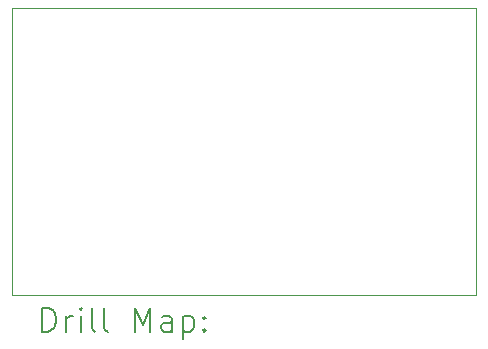
<source format=gbr>
%TF.GenerationSoftware,KiCad,Pcbnew,8.0.1*%
%TF.CreationDate,2024-12-18T11:05:01+01:00*%
%TF.ProjectId,pcb,7063622e-6b69-4636-9164-5f7063625858,rev?*%
%TF.SameCoordinates,Original*%
%TF.FileFunction,Drillmap*%
%TF.FilePolarity,Positive*%
%FSLAX45Y45*%
G04 Gerber Fmt 4.5, Leading zero omitted, Abs format (unit mm)*
G04 Created by KiCad (PCBNEW 8.0.1) date 2024-12-18 11:05:01*
%MOMM*%
%LPD*%
G01*
G04 APERTURE LIST*
%ADD10C,0.050000*%
%ADD11C,0.200000*%
G04 APERTURE END LIST*
D10*
X7550000Y-5275000D02*
X11480000Y-5275000D01*
X11480000Y-7700000D01*
X7550000Y-7700000D01*
X7550000Y-5275000D01*
D11*
X7808277Y-8013984D02*
X7808277Y-7813984D01*
X7808277Y-7813984D02*
X7855896Y-7813984D01*
X7855896Y-7813984D02*
X7884467Y-7823508D01*
X7884467Y-7823508D02*
X7903515Y-7842555D01*
X7903515Y-7842555D02*
X7913039Y-7861603D01*
X7913039Y-7861603D02*
X7922562Y-7899698D01*
X7922562Y-7899698D02*
X7922562Y-7928269D01*
X7922562Y-7928269D02*
X7913039Y-7966365D01*
X7913039Y-7966365D02*
X7903515Y-7985412D01*
X7903515Y-7985412D02*
X7884467Y-8004460D01*
X7884467Y-8004460D02*
X7855896Y-8013984D01*
X7855896Y-8013984D02*
X7808277Y-8013984D01*
X8008277Y-8013984D02*
X8008277Y-7880650D01*
X8008277Y-7918746D02*
X8017801Y-7899698D01*
X8017801Y-7899698D02*
X8027324Y-7890174D01*
X8027324Y-7890174D02*
X8046372Y-7880650D01*
X8046372Y-7880650D02*
X8065420Y-7880650D01*
X8132086Y-8013984D02*
X8132086Y-7880650D01*
X8132086Y-7813984D02*
X8122562Y-7823508D01*
X8122562Y-7823508D02*
X8132086Y-7833031D01*
X8132086Y-7833031D02*
X8141610Y-7823508D01*
X8141610Y-7823508D02*
X8132086Y-7813984D01*
X8132086Y-7813984D02*
X8132086Y-7833031D01*
X8255896Y-8013984D02*
X8236848Y-8004460D01*
X8236848Y-8004460D02*
X8227324Y-7985412D01*
X8227324Y-7985412D02*
X8227324Y-7813984D01*
X8360658Y-8013984D02*
X8341610Y-8004460D01*
X8341610Y-8004460D02*
X8332086Y-7985412D01*
X8332086Y-7985412D02*
X8332086Y-7813984D01*
X8589229Y-8013984D02*
X8589229Y-7813984D01*
X8589229Y-7813984D02*
X8655896Y-7956841D01*
X8655896Y-7956841D02*
X8722563Y-7813984D01*
X8722563Y-7813984D02*
X8722563Y-8013984D01*
X8903515Y-8013984D02*
X8903515Y-7909222D01*
X8903515Y-7909222D02*
X8893991Y-7890174D01*
X8893991Y-7890174D02*
X8874944Y-7880650D01*
X8874944Y-7880650D02*
X8836848Y-7880650D01*
X8836848Y-7880650D02*
X8817801Y-7890174D01*
X8903515Y-8004460D02*
X8884467Y-8013984D01*
X8884467Y-8013984D02*
X8836848Y-8013984D01*
X8836848Y-8013984D02*
X8817801Y-8004460D01*
X8817801Y-8004460D02*
X8808277Y-7985412D01*
X8808277Y-7985412D02*
X8808277Y-7966365D01*
X8808277Y-7966365D02*
X8817801Y-7947317D01*
X8817801Y-7947317D02*
X8836848Y-7937793D01*
X8836848Y-7937793D02*
X8884467Y-7937793D01*
X8884467Y-7937793D02*
X8903515Y-7928269D01*
X8998753Y-7880650D02*
X8998753Y-8080650D01*
X8998753Y-7890174D02*
X9017801Y-7880650D01*
X9017801Y-7880650D02*
X9055896Y-7880650D01*
X9055896Y-7880650D02*
X9074944Y-7890174D01*
X9074944Y-7890174D02*
X9084467Y-7899698D01*
X9084467Y-7899698D02*
X9093991Y-7918746D01*
X9093991Y-7918746D02*
X9093991Y-7975888D01*
X9093991Y-7975888D02*
X9084467Y-7994936D01*
X9084467Y-7994936D02*
X9074944Y-8004460D01*
X9074944Y-8004460D02*
X9055896Y-8013984D01*
X9055896Y-8013984D02*
X9017801Y-8013984D01*
X9017801Y-8013984D02*
X8998753Y-8004460D01*
X9179705Y-7994936D02*
X9189229Y-8004460D01*
X9189229Y-8004460D02*
X9179705Y-8013984D01*
X9179705Y-8013984D02*
X9170182Y-8004460D01*
X9170182Y-8004460D02*
X9179705Y-7994936D01*
X9179705Y-7994936D02*
X9179705Y-8013984D01*
X9179705Y-7890174D02*
X9189229Y-7899698D01*
X9189229Y-7899698D02*
X9179705Y-7909222D01*
X9179705Y-7909222D02*
X9170182Y-7899698D01*
X9170182Y-7899698D02*
X9179705Y-7890174D01*
X9179705Y-7890174D02*
X9179705Y-7909222D01*
M02*

</source>
